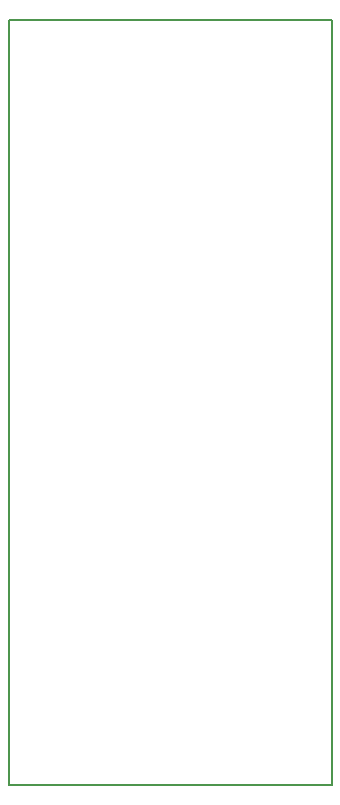
<source format=gbr>
G04 #@! TF.FileFunction,Profile,NP*
%FSLAX46Y46*%
G04 Gerber Fmt 4.6, Leading zero omitted, Abs format (unit mm)*
G04 Created by KiCad (PCBNEW 4.0.7) date 09/16/18 15:06:07*
%MOMM*%
%LPD*%
G01*
G04 APERTURE LIST*
%ADD10C,0.100000*%
%ADD11C,0.150000*%
G04 APERTURE END LIST*
D10*
D11*
X119380000Y-153670000D02*
X92075000Y-153670000D01*
X119380000Y-88900000D02*
X119380000Y-153670000D01*
X92075000Y-88900000D02*
X119380000Y-88900000D01*
X92075000Y-153670000D02*
X92075000Y-88900000D01*
M02*

</source>
